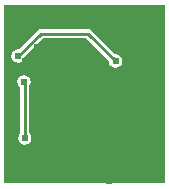
<source format=gbl>
%FSLAX24Y24*%
%MOIN*%
G70*
G01*
G75*
G04 Layer_Physical_Order=2*
G04 Layer_Color=16711680*
%ADD10R,0.0197X0.0256*%
%ADD11R,0.0197X0.0236*%
%ADD12R,0.0236X0.0197*%
%ADD13R,0.0400X0.0370*%
G04:AMPARAMS|DCode=14|XSize=47.2mil|YSize=43.3mil|CornerRadius=0mil|HoleSize=0mil|Usage=FLASHONLY|Rotation=225.000|XOffset=0mil|YOffset=0mil|HoleType=Round|Shape=Rectangle|*
%AMROTATEDRECTD14*
4,1,4,0.0014,0.0320,0.0320,0.0014,-0.0014,-0.0320,-0.0320,-0.0014,0.0014,0.0320,0.0*
%
%ADD14ROTATEDRECTD14*%

%ADD15O,0.0256X0.0079*%
%ADD16O,0.0079X0.0256*%
%ADD17R,0.1850X0.1850*%
%ADD18R,0.0217X0.0236*%
G04:AMPARAMS|DCode=19|XSize=19.7mil|YSize=23.6mil|CornerRadius=0mil|HoleSize=0mil|Usage=FLASHONLY|Rotation=225.000|XOffset=0mil|YOffset=0mil|HoleType=Round|Shape=Rectangle|*
%AMROTATEDRECTD19*
4,1,4,-0.0014,0.0153,0.0153,-0.0014,0.0014,-0.0153,-0.0153,0.0014,-0.0014,0.0153,0.0*
%
%ADD19ROTATEDRECTD19*%

%ADD20C,0.0370*%
%ADD21C,0.0080*%
%ADD22C,0.0090*%
%ADD23C,0.0060*%
%ADD24C,0.0240*%
%ADD25C,0.0260*%
G36*
X2668Y-2427D02*
X-2697D01*
Y3526D01*
X2668D01*
Y-2427D01*
D02*
G37*
%LPC*%
G36*
X-2040Y1182D02*
X-2125Y1165D01*
X-2198Y1117D01*
X-2247Y1044D01*
X-2264Y958D01*
X-2247Y872D01*
X-2198Y800D01*
X-2158Y773D01*
Y-754D01*
X-2169Y-761D01*
X-2217Y-834D01*
X-2234Y-920D01*
X-2217Y-1006D01*
X-2169Y-1079D01*
X-2096Y-1127D01*
X-2010Y-1144D01*
X-1924Y-1127D01*
X-1851Y-1079D01*
X-1803Y-1006D01*
X-1786Y-920D01*
X-1803Y-834D01*
X-1851Y-761D01*
X-1862Y-754D01*
Y828D01*
X-1832Y872D01*
X-1815Y958D01*
X-1832Y1044D01*
X-1881Y1117D01*
X-1954Y1165D01*
X-2040Y1182D01*
D02*
G37*
G36*
X100Y2718D02*
X-1478D01*
X-1534Y2707D01*
X-1582Y2675D01*
X-2217Y2040D01*
X-2230Y2042D01*
X-2315Y2025D01*
X-2388Y1977D01*
X-2437Y1904D01*
X-2454Y1818D01*
X-2437Y1732D01*
X-2388Y1660D01*
X-2315Y1611D01*
X-2230Y1594D01*
X-2144Y1611D01*
X-2071Y1660D01*
X-2022Y1732D01*
X-2005Y1818D01*
X-2008Y1831D01*
X-1416Y2422D01*
X39D01*
X798Y1663D01*
X796Y1650D01*
X813Y1564D01*
X861Y1491D01*
X934Y1443D01*
X1020Y1426D01*
X1106Y1443D01*
X1179Y1491D01*
X1227Y1564D01*
X1244Y1650D01*
X1227Y1736D01*
X1179Y1809D01*
X1106Y1857D01*
X1020Y1874D01*
X1007Y1872D01*
X205Y2675D01*
X157Y2707D01*
X100Y2718D01*
D02*
G37*
%LPD*%
D22*
Y2570D02*
X1020Y1650D01*
X-2230Y1818D02*
X-1478Y2570D01*
X-2010Y-910D02*
Y958D01*
X-1478Y2570D02*
X100D01*
D24*
X2550Y-1480D02*
D03*
X1620Y-1480D02*
D03*
X2550Y1550D02*
D03*
Y2290D02*
D03*
Y700D02*
D03*
X1730Y2880D02*
D03*
X-2580Y2130D02*
D03*
X2070Y3400D02*
D03*
X-2580Y3410D02*
D03*
X-2020Y-1320D02*
D03*
X1410Y2250D02*
D03*
X-1120Y-1200D02*
D03*
X1020Y1650D02*
D03*
X-70Y2190D02*
D03*
X-2010Y-920D02*
D03*
X-1590Y2130D02*
D03*
X40Y2980D02*
D03*
X-1590Y3410D02*
D03*
X-2580Y-2310D02*
D03*
X-2580Y-960D02*
D03*
X-1230Y1208D02*
D03*
X-2040Y958D02*
D03*
X-2230Y1818D02*
D03*
X-1990Y1638D02*
D03*
X-2580Y808D02*
D03*
X790Y-2342D02*
D03*
X-880Y-2310D02*
D03*
X1620D02*
D03*
X2550D02*
D03*
D25*
X-709Y709D02*
D03*
X-236D02*
D03*
X236D02*
D03*
X709D02*
D03*
X-709Y236D02*
D03*
X-236D02*
D03*
X236D02*
D03*
X709D02*
D03*
X-709Y-236D02*
D03*
X-236D02*
D03*
X236D02*
D03*
X709D02*
D03*
X-709Y-709D02*
D03*
X-236D02*
D03*
X236D02*
D03*
X709D02*
D03*
M02*

</source>
